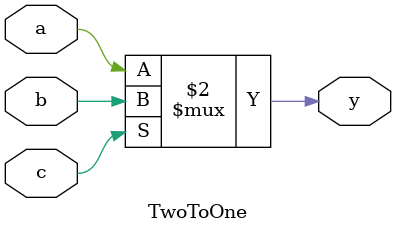
<source format=v>
`timescale 1ns / 1ps
module TwoToOne(
input a,b,c,
output y
    );

assign y = (c==0)?a:b;

endmodule

</source>
